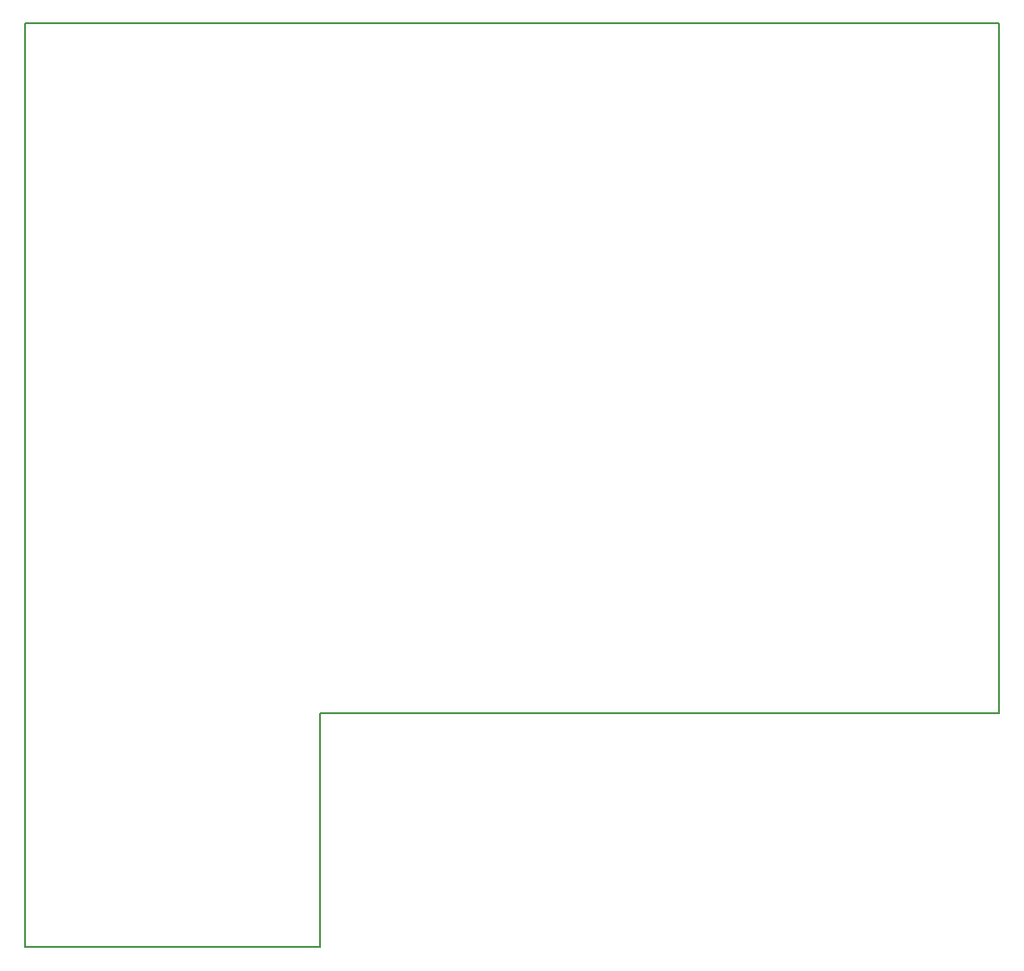
<source format=gko>
G04 Layer_Color=16711935*
%FSLAX24Y24*%
%MOIN*%
G70*
G01*
G75*
%ADD48C,0.0050*%
D48*
X0Y0D02*
X10598D01*
Y8402D01*
X35000D01*
Y33201D01*
X0D02*
X35000D01*
X0Y0D02*
Y33201D01*
M02*

</source>
